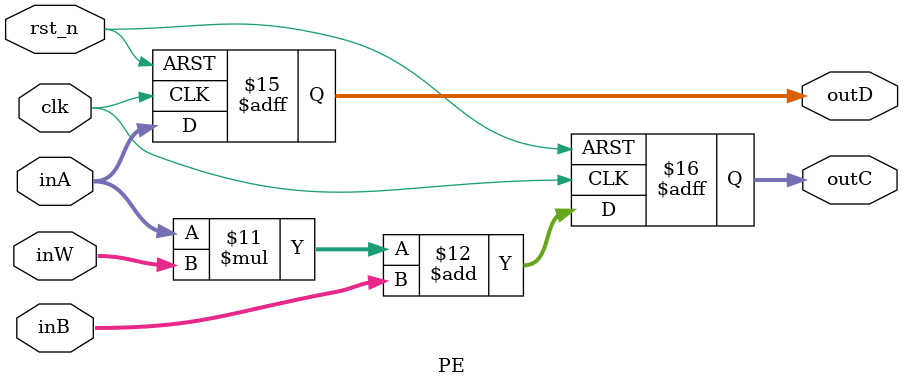
<source format=v>
module MMSA(
// input signals
    clk,
    rst_n,
    in_valid,
    in_valid2,
    matrix,
    matrix_size,
    i_mat_idx,
    w_mat_idx,
    
// output signals
    out_valid,
    out_value
);
//---------------------------------------------------------------------
//   INPUT AND OUTPUT DECLARATION
//---------------------------------------------------------------------
input        clk, rst_n, in_valid, in_valid2;
input [15:0] matrix;
input [1:0]  matrix_size;
input [3:0]  i_mat_idx, w_mat_idx;

output reg               out_valid;
output reg signed [39:0] out_value;
//---------------------------------------------------------------------
//   PARAMETER
//---------------------------------------------------------------------
parameter IDLE      =   3'd0;
parameter INPUT_0   =   3'd1;
parameter INPUT_1   =   3'd2;
parameter EMPTY     =   3'd6;
parameter INPUT_2   =   3'd3;
parameter CAL_IN    =   3'd4;
parameter CAL       =   3'd5;
//parameter OUTPUT    =   3'd6;


//---------------------------------------------------------------------
//   WIRE AND REG DECLARATION
//---------------------------------------------------------------------

reg [2:0] ns,cs;
reg [1:0] m_size;//4
reg [7:0] m_element; //256
reg [6:0] mem_num; //128
reg [5:0] calout_num; //64
reg [63:0] in_64;
reg [1:0] in_cnt_4;
reg [9:0] in_addr_cnt;
reg [4:0] in_matrix_cnt; //32
reg [7:0] in_cnt;
wire [63:0] mem_in_Q,mem_weight_Q;
wire [9:0] mem_in_A,mem_weight_A;

wire wen_in,wen_weight;
wire flag;
reg in_weight_flag;

wire [9:0] in_start_addr,weight_start_addr; //1024
reg [9:0] calin_addr,calweight_addr; //1024
reg [7:0] calin_cnt; //256
reg [7:0] cal_cnt;
reg [4:0] out_cycle,out_cnt; //32
reg [4:0] calout_cnt; //32

wire [3:0] x_addr,y_addr; //16

reg signed[15:0] x_matrix[0:15][0:15];
reg signed[15:0] w_matrix[0:15][0:15];

reg signed [15:0] inA11,inA21,inA31,inA41,inA51,inA61,inA71,inA81,inA91,inA10_1,inA11_1,inA12_1,inA13_1,inA14_1,inA15_1,inA16_1;

wire signed [39:0] outC11,outC21,outC31,outC41,outC51,outC61,outC71,outC81,outC91,outC10_1,outC11_1,outC12_1,outC13_1,outC14_1,outC15_1,outC16_1;
wire signed [39:0] outC12,outC22,outC32,outC42,outC52,outC62,outC72,outC82,outC92,outC10_2,outC11_2,outC12_2,outC13_2,outC14_2,outC15_2,outC16_2;
wire signed [39:0] outC13,outC23,outC33,outC43,outC53,outC63,outC73,outC83,outC93,outC10_3,outC11_3,outC12_3,outC13_3,outC14_3,outC15_3,outC16_3;
wire signed [39:0] outC14,outC24,outC34,outC44,outC54,outC64,outC74,outC84,outC94,outC10_4,outC11_4,outC12_4,outC13_4,outC14_4,outC15_4,outC16_4;
wire signed [39:0] outC15,outC25,outC35,outC45,outC55,outC65,outC75,outC85,outC95,outC10_5,outC11_5,outC12_5,outC13_5,outC14_5,outC15_5,outC16_5;
wire signed [39:0] outC16,outC26,outC36,outC46,outC56,outC66,outC76,outC86,outC96,outC10_6,outC11_6,outC12_6,outC13_6,outC14_6,outC15_6,outC16_6;
wire signed [39:0] outC17,outC27,outC37,outC47,outC57,outC67,outC77,outC87,outC97,outC10_7,outC11_7,outC12_7,outC13_7,outC14_7,outC15_7,outC16_7;
wire signed [39:0] outC18,outC28,outC38,outC48,outC58,outC68,outC78,outC88,outC98,outC10_8,outC11_8,outC12_8,outC13_8,outC14_8,outC15_8,outC16_8;
wire signed [39:0] outC19,outC29,outC39,outC49,outC59,outC69,outC79,outC89,outC99,outC10_9,outC11_9,outC12_9,outC13_9,outC14_9,outC15_9,outC16_9;
wire signed [39:0] outC1_10,outC2_10,outC3_10,outC4_10,outC5_10,outC6_10,outC7_10,outC8_10,outC9_10,outC10_10,outC11_10,outC12_10,outC13_10,outC14_10,outC15_10,outC16_10;
wire signed [39:0] outC1_11,outC2_11,outC3_11,outC4_11,outC5_11,outC6_11,outC7_11,outC8_11,outC9_11,outC10_11,outC11_11,outC12_11,outC13_11,outC14_11,outC15_11,outC16_11;
wire signed [39:0] outC1_12,outC2_12,outC3_12,outC4_12,outC5_12,outC6_12,outC7_12,outC8_12,outC9_12,outC10_12,outC11_12,outC12_12,outC13_12,outC14_12,outC15_12,outC16_12;
wire signed [39:0] outC1_13,outC2_13,outC3_13,outC4_13,outC5_13,outC6_13,outC7_13,outC8_13,outC9_13,outC10_13,outC11_13,outC12_13,outC13_13,outC14_13,outC15_13,outC16_13;
wire signed [39:0] outC1_14,outC2_14,outC3_14,outC4_14,outC5_14,outC6_14,outC7_14,outC8_14,outC9_14,outC10_14,outC11_14,outC12_14,outC13_14,outC14_14,outC15_14,outC16_14;
wire signed [39:0] outC1_15,outC2_15,outC3_15,outC4_15,outC5_15,outC6_15,outC7_15,outC8_15,outC9_15,outC10_15,outC11_15,outC12_15,outC13_15,outC14_15,outC15_15,outC16_15;
wire signed [39:0] outC1_16,outC2_16,outC3_16,outC4_16,outC5_16,outC6_16,outC7_16,outC8_16,outC9_16,outC10_16,outC11_16,outC12_16,outC13_16,outC14_16,outC15_16,outC16_16;

wire signed [15:0] outD11,outD21,outD31,outD41,outD51,outD61,outD71,outD81,outD91,outD10_1,outD11_1,outD12_1,outD13_1,outD14_1,outD15_1,outD16_1;
wire signed [15:0] outD12,outD22,outD32,outD42,outD52,outD62,outD72,outD82,outD92,outD10_2,outD11_2,outD12_2,outD13_2,outD14_2,outD15_2,outD16_2;
wire signed [15:0] outD13,outD23,outD33,outD43,outD53,outD63,outD73,outD83,outD93,outD10_3,outD11_3,outD12_3,outD13_3,outD14_3,outD15_3,outD16_3;
wire signed [15:0] outD14,outD24,outD34,outD44,outD54,outD64,outD74,outD84,outD94,outD10_4,outD11_4,outD12_4,outD13_4,outD14_4,outD15_4,outD16_4;
wire signed [15:0] outD15,outD25,outD35,outD45,outD55,outD65,outD75,outD85,outD95,outD10_5,outD11_5,outD12_5,outD13_5,outD14_5,outD15_5,outD16_5;
wire signed [15:0] outD16,outD26,outD36,outD46,outD56,outD66,outD76,outD86,outD96,outD10_6,outD11_6,outD12_6,outD13_6,outD14_6,outD15_6,outD16_6;
wire signed [15:0] outD17,outD27,outD37,outD47,outD57,outD67,outD77,outD87,outD97,outD10_7,outD11_7,outD12_7,outD13_7,outD14_7,outD15_7,outD16_7;
wire signed [15:0] outD18,outD28,outD38,outD48,outD58,outD68,outD78,outD88,outD98,outD10_8,outD11_8,outD12_8,outD13_8,outD14_8,outD15_8,outD16_8;
wire signed [15:0] outD19,outD29,outD39,outD49,outD59,outD69,outD79,outD89,outD99,outD10_9,outD11_9,outD12_9,outD13_9,outD14_9,outD15_9,outD16_9;
wire signed [15:0] outD1_10,outD2_10,outD3_10,outD4_10,outD5_10,outD6_10,outD7_10,outD8_10,outD9_10,outD10_10,outD11_10,outD12_10,outD13_10,outD14_10,outD15_10,outD16_10;
wire signed [15:0] outD1_11,outD2_11,outD3_11,outD4_11,outD5_11,outD6_11,outD7_11,outD8_11,outD9_11,outD10_11,outD11_11,outD12_11,outD13_11,outD14_11,outD15_11,outD16_11;
wire signed [15:0] outD1_12,outD2_12,outD3_12,outD4_12,outD5_12,outD6_12,outD7_12,outD8_12,outD9_12,outD10_12,outD11_12,outD12_12,outD13_12,outD14_12,outD15_12,outD16_12;
wire signed [15:0] outD1_13,outD2_13,outD3_13,outD4_13,outD5_13,outD6_13,outD7_13,outD8_13,outD9_13,outD10_13,outD11_13,outD12_13,outD13_13,outD14_13,outD15_13,outD16_13;
wire signed [15:0] outD1_14,outD2_14,outD3_14,outD4_14,outD5_14,outD6_14,outD7_14,outD8_14,outD9_14,outD10_14,outD11_14,outD12_14,outD13_14,outD14_14,outD15_14,outD16_14;
wire signed [15:0] outD1_15,outD2_15,outD3_15,outD4_15,outD5_15,outD6_15,outD7_15,outD8_15,outD9_15,outD10_15,outD11_15,outD12_15,outD13_15,outD14_15,outD15_15,outD16_15;
wire signed [15:0] outD1_16,outD2_16,outD3_16,outD4_16,outD5_16,outD6_16,outD7_16,outD8_16,outD9_16,outD10_16,outD11_16,outD12_16,outD13_16,outD14_16,outD15_16,outD16_16;

wire signed [39:0] c_plus;

//==============================================//
//             Current State Block              //
//==============================================//

always@(posedge clk or negedge rst_n) begin
    if(!rst_n)
        cs <= IDLE; 
    else 
        cs <= ns;
end

//==============================================//
//              Next State Block                //
//==============================================//

always@(*) begin
    case(cs)
    IDLE    : ns = (in_valid) ? INPUT_0 : (in_valid2) ? INPUT_2 : IDLE ;
    INPUT_0 : ns = INPUT_1;
    INPUT_1 : ns = (in_valid)? INPUT_1 : EMPTY;
    EMPTY   : ns = INPUT_2;
    INPUT_2 : ns = CAL_IN;
    CAL_IN  : ns = (calin_cnt==mem_num)? CAL : CAL_IN;
    CAL     : ns = (out_cnt<out_cycle) ? CAL : IDLE;
    //OUTPUT    : ns = IDLE;
    default : ns = IDLE;
    endcase
end

//---------------------------------------------------------------------
//   DESIGN
//---------------------------------------------------------------------

//==============================================//
//              INPUT_1 Block                   //
//==============================================//

always @(posedge clk or negedge rst_n) begin
    if (!rst_n) begin
        m_size <= 'd0;
    end
    else if(ns == INPUT_0)begin
        m_size <= matrix_size;
    end
end

always @(*) begin
    case(m_size)
        2'b00: m_element =  8'd3;
        2'b01: m_element =  8'd15;
        2'b10: m_element =  8'd63;
        2'b11: m_element =  8'd255;
        default: m_element =  8'd0;
    endcase
end

always @(*) begin
    case(m_size)
        2'b00: mem_num =  7'd1;
        2'b01: mem_num =  7'd4;
        2'b10: mem_num =  7'd16;
        2'b11: mem_num =  7'd64;
        default: mem_num =  7'd0;
    endcase
end

always @(*) begin
    case(m_size)
        2'b00: calout_num =  6'd1;
        2'b01: calout_num =  6'd1;
        2'b10: calout_num =  6'd7;
        2'b11: calout_num =  6'd47;
        default: calout_num =  6'd0;
    endcase
end

always @(*) begin
    case(m_size)
        2'b00: calout_cnt =  5'd3;
        2'b01: calout_cnt =  5'd5;
        2'b10: calout_cnt =  5'd9;
        2'b11: calout_cnt =  5'd17;
        default: calout_cnt =  5'd0;
    endcase
end

always @(*) begin
    case(m_size)
        2'b00: out_cycle =  5'd2;
        2'b01: out_cycle =  5'd6;
        2'b10: out_cycle =  5'd14;
        2'b11: out_cycle =  5'd30;
        default: out_cycle =  5'd0;
    endcase
end

always @(posedge clk or negedge rst_n) begin
    if (!rst_n) begin
        in_cnt_4 <= 2'd0;
    end
    else if(in_valid)begin
        in_cnt_4 <= in_cnt_4 + 2'd1 ;
    end
    else begin
        in_cnt_4 <= 2'd0;
    end
end

always @(posedge clk or negedge rst_n) begin
    if (!rst_n) begin
        in_cnt <= 8'd0;
    end
    else if(in_valid)begin
        if(in_cnt == m_element) in_cnt <= 8'd0;
        else    in_cnt <= in_cnt + 8'd1 ;
    end
    else begin
        in_cnt <= 8'd0;
    end
end

always @(posedge clk or negedge rst_n) begin
    if (!rst_n) begin
        in_matrix_cnt <= 5'd0;
    end
    else if(in_cnt == m_element)begin
        in_matrix_cnt <= in_matrix_cnt + 5'd1 ;
    end
    else if(ns == IDLE)begin
        in_matrix_cnt <= 5'd0;
    end
end

always @(posedge clk or negedge rst_n) begin
    if (!rst_n) begin
        in_64 <= 'd0;
    end
    else if(in_valid) begin
        if(in_cnt_4==2'd0)     in_64 <= matrix;
        else    in_64 <= {in_64[47:0],matrix};
    end
    else begin
        in_64 <= 'd0;
    end
end

assign flag = (in_addr_cnt==(mem_num<<4)-1) ? 1'b1 : 1'b0;

always @(posedge clk or negedge rst_n) begin
    if (!rst_n) begin
        in_addr_cnt <= -1;
    end
    else if(in_valid) begin
        if(in_cnt_4==0) begin
            if(flag)    in_addr_cnt <= 0;   
            else    in_addr_cnt <= in_addr_cnt + 1;
        end
    end
    else begin
        in_addr_cnt <= -1;
    end
end

always @(posedge clk or negedge rst_n) begin
    if (!rst_n) begin
        in_weight_flag <= 1'b0;
    end
    else if (in_matrix_cnt>15) begin
        in_weight_flag <= 1'b1;
    end
    else if(ns==IDLE)begin
        in_weight_flag <= 1'b0;
    end
end

assign wen_in = (cs==INPUT_1 && in_cnt_4==0 && ~in_weight_flag) ? 1'b0 : 1'b1 ;
assign wen_weight = (cs==INPUT_1 && in_cnt_4==0 && in_weight_flag) ? 1'b0 : 1'b1 ;

//assign mem_in_A = (cs==INPUT_1) ? in_addr_cnt : (ns==CAL_IN) ? calin_addr  : 0; //can't use ns(combination?)
//assign mem_weight_A = (cs==INPUT_1) ? in_addr_cnt : (ns==CAL_IN) ? calweight_addr : 0;
assign mem_in_A = (cs==INPUT_1) ? in_addr_cnt :  calin_addr ;
assign mem_weight_A = (cs==INPUT_1) ? in_addr_cnt : calweight_addr ;


// 1024 64 4 50
SRAM MEM_IN (.Q(mem_in_Q), .CLK(~clk), .CEN(1'b0), .WEN(wen_in), .A(mem_in_A), .D(in_64), .OEN(1'b0));
SRAM MEM_WEIGHT (.Q(mem_weight_Q), .CLK(~clk), .CEN(1'b0), .WEN(wen_weight), .A(mem_weight_A), .D(in_64), .OEN(1'b0));
//SRAM MEM_IN (.Q(mem_in_Q), .CLK(clk), .CEN(1'b0), .WEN(wen_in), .A(mem_in_A), .D(in_64), .OEN(1'b0));
//SRAM MEM_WEIGHT (.Q(mem_weight_Q), .CLK(clk), .CEN(1'b0), .WEN(wen_weight), .A(mem_weight_A), .D(in_64), .OEN(1'b0));

//==============================================//
//              INPUT_2 Block                   //
//==============================================//

assign in_start_addr = i_mat_idx*mem_num ;
assign weight_start_addr = w_mat_idx*mem_num ;

//==============================================//
//              CAL_IN Block                    //
//==============================================//

always @(posedge clk or negedge rst_n) begin
    if (!rst_n) begin
        calin_addr <= 'd0;
    end
    else if(ns == INPUT_2)begin
        calin_addr <= in_start_addr;
    end
    else if(ns == CAL_IN)begin
        calin_addr <= calin_addr + 1;
    end
    else begin
        calin_addr <= 'd0;
    end
end

always @(posedge clk or negedge rst_n) begin
    if (!rst_n) begin
        calweight_addr <= 'd0;
    end
    else if(ns == INPUT_2)begin
        calweight_addr <= weight_start_addr;
    end
    else if(ns == CAL_IN)begin
        calweight_addr <= calweight_addr + 1;
    end
    else begin
        calweight_addr <= 'd0;
    end
end

always @(posedge clk or negedge rst_n) begin
    if (!rst_n) begin
        calin_cnt <= 'd0;
    end
    else if(ns == CAL_IN)begin
        calin_cnt <= calin_cnt + 'd1;
    end
    else begin
        calin_cnt <= 'd0;
    end
end

assign x_addr = (m_size==2'b01) ? 0 :
                (m_size==2'b10) ? (calin_cnt<<2)%8 :
                (m_size==2'b11) ? (calin_cnt<<2)%16 : 0;
assign y_addr = (m_size==2'b01) ? calin_cnt   : 
                (m_size==2'b10) ? calin_cnt>>1 : 
                (m_size==2'b11) ? calin_cnt>>2 : 0;
integer i;
integer j;
always @(posedge clk or negedge rst_n) begin
    if (!rst_n) begin
        for(i=0;i<16;i=i+1)
            for(j=0;j<16;j=j+1)
                x_matrix[i][j] <= 'd0;
    end
    else if(ns == CAL_IN)begin
        if(m_size==2'b00) begin
            x_matrix[0][0] <= mem_in_Q[63:48];
            x_matrix[0][1] <= mem_in_Q[47:32];
            x_matrix[1][0] <= mem_in_Q[31:16];
            x_matrix[1][1] <= mem_in_Q[15:0];
        end
        else begin
            x_matrix[y_addr][x_addr] <= mem_in_Q[63:48];
            x_matrix[y_addr][x_addr+1] <= mem_in_Q[47:32];
            x_matrix[y_addr][x_addr+2] <= mem_in_Q[31:16];
            x_matrix[y_addr][x_addr+3] <= mem_in_Q[15:0];
        end
    end
    else if(ns==IDLE) begin
        for(i=0;i<16;i=i+1)
            for(j=0;j<16;j=j+1)
                x_matrix[i][j] <= 'd0;
    end
end


always @(posedge clk or negedge rst_n) begin
    if (!rst_n) begin
        for(i=0;i<16;i=i+1)
            for(j=0;j<16;j=j+1)
                w_matrix[i][j] <= 'd0;
    end
    else if(ns == CAL_IN)begin
        if(m_size==2'b00) begin
            w_matrix[0][0]  <= mem_weight_Q[63:48];
            w_matrix[0][1]  <= mem_weight_Q[47:32];
            w_matrix[1][0]  <= mem_weight_Q[31:16];
            w_matrix[1][1]  <= mem_weight_Q[15:0];
        end
        else begin
            w_matrix[y_addr][x_addr]  <= mem_weight_Q[63:48];
            w_matrix[y_addr][x_addr+1]  <= mem_weight_Q[47:32];
            w_matrix[y_addr][x_addr+2]  <= mem_weight_Q[31:16];
            w_matrix[y_addr][x_addr+3]  <= mem_weight_Q[15:0];
        end
    end
    else if(ns==IDLE) begin
        for(i=0;i<16;i=i+1)
            for(j=0;j<16;j=j+1)
                w_matrix[i][j] <= 'd0;
    end
end


//==============================================//
//              CAL Block                       //
//==============================================//

always @(posedge clk or negedge rst_n) begin
    if (!rst_n) begin
        cal_cnt <= 'd0;
    end
    else if(calin_cnt>calout_num ||ns == CAL)begin
        cal_cnt <= cal_cnt + 'd1;
    end
    else begin
        cal_cnt <= 'd0;
    end
end

always @(posedge clk or negedge rst_n) begin
    if (!rst_n) begin
        inA11 <= 'd0;
    end
    else if(calin_cnt>calout_num || ns == CAL)begin
        case(cal_cnt)
            6'd0:  inA11 <= x_matrix[0 ][0];
            6'd1:  inA11 <= x_matrix[1 ][0];
            6'd2:  inA11 <= x_matrix[2 ][0];
            6'd3:  inA11 <= x_matrix[3 ][0];
            6'd4:  inA11 <= x_matrix[4 ][0];
            6'd5:  inA11 <= x_matrix[5 ][0];
            6'd6:  inA11 <= x_matrix[6 ][0];
            6'd7:  inA11 <= x_matrix[7 ][0];
            6'd8 : inA11 <= x_matrix[8 ][0];
            6'd9 : inA11 <= x_matrix[9 ][0];
            6'd10: inA11 <= x_matrix[10][0];
            6'd11: inA11 <= x_matrix[11][0];
            6'd12: inA11 <= x_matrix[12][0];
            6'd13: inA11 <= x_matrix[13][0];
            6'd14: inA11 <= x_matrix[14][0];
            6'd15: inA11 <= x_matrix[15][0];
            default : inA11 <= 'd0;
        endcase
    end
    else begin
        inA11 <= 'd0;
    end
end

always @(posedge clk or negedge rst_n) begin
    if (!rst_n) begin
        inA21 <= 'd0;
    end
    else if(calin_cnt>calout_num ||ns == CAL)begin
        case(cal_cnt)
            6'd1:  inA21 <= x_matrix[0][1];
            6'd2:  inA21 <= x_matrix[1][1];
            6'd3:  inA21 <= x_matrix[2][1];
            6'd4:  inA21 <= x_matrix[3][1];
            6'd5:  inA21 <= x_matrix[4][1];
            6'd6:  inA21 <= x_matrix[5][1];
            6'd7:  inA21 <= x_matrix[6][1];
            6'd8 : inA21 <= x_matrix[7][1];
            6'd9 : inA21 <= x_matrix[8 ][1];
            6'd10: inA21 <= x_matrix[9 ][1];
            6'd11: inA21 <= x_matrix[10][1];
            6'd12: inA21 <= x_matrix[11][1];
            6'd13: inA21 <= x_matrix[12][1];
            6'd14: inA21 <= x_matrix[13][1];
            6'd15: inA21 <= x_matrix[14][1];
            6'd16: inA21 <= x_matrix[15][1];
            default : inA21 <= 'd0;
        endcase
    end
    else begin
        inA21 <= 'd0;
    end
end

always @(posedge clk or negedge rst_n) begin
    if (!rst_n) begin
        inA31 <= 'd0;
    end
    else if(calin_cnt>calout_num ||ns == CAL)begin
        case(cal_cnt)
            6'd2:  inA31 <= x_matrix[0][2];
            6'd3:  inA31 <= x_matrix[1][2];
            6'd4:  inA31 <= x_matrix[2][2];
            6'd5:  inA31 <= x_matrix[3][2];
            6'd6:  inA31 <= x_matrix[4][2];
            6'd7:  inA31 <= x_matrix[5][2];
            6'd8:  inA31 <= x_matrix[6][2];
            6'd9:  inA31 <= x_matrix[7][2];
            6'd10: inA31 <= x_matrix[8 ][2];
            6'd11: inA31 <= x_matrix[9 ][2];
            6'd12: inA31 <= x_matrix[10][2];
            6'd13: inA31 <= x_matrix[11][2];
            6'd14: inA31 <= x_matrix[12][2];
            6'd15: inA31 <= x_matrix[13][2];
            6'd16: inA31 <= x_matrix[14][2];
            6'd17: inA31 <= x_matrix[15][2];
            default : inA31 <= 'd0;
        endcase
    end
    else begin
        inA31 <= 'd0;
    end
end

always @(posedge clk or negedge rst_n) begin
    if (!rst_n) begin
        inA41 <= 'd0;
    end
    else if(calin_cnt>calout_num ||ns == CAL)begin
        case(cal_cnt)
            6'd3 :  inA41 <= x_matrix[0][3];
            6'd4 :  inA41 <= x_matrix[1][3];
            6'd5 :  inA41 <= x_matrix[2][3];
            6'd6 :  inA41 <= x_matrix[3][3];
            6'd7 :  inA41 <= x_matrix[4][3];
            6'd8 :  inA41 <= x_matrix[5][3];
            6'd9 :  inA41 <= x_matrix[6][3];
            6'd10:  inA41 <= x_matrix[7][3];
            6'd11: inA41 <= x_matrix[8 ][3];
            6'd12: inA41 <= x_matrix[9 ][3];
            6'd13: inA41 <= x_matrix[10][3];
            6'd14: inA41 <= x_matrix[11][3];
            6'd15: inA41 <= x_matrix[12][3];
            6'd16: inA41 <= x_matrix[13][3];
            6'd17: inA41 <= x_matrix[14][3];
            6'd18: inA41 <= x_matrix[15][3];
            default : inA41 <= 'd0;
        endcase
    end
    else begin
        inA41 <= 'd0;
    end
end

always @(posedge clk or negedge rst_n) begin
    if (!rst_n) begin
        inA51 <= 'd0;
    end
    else if(calin_cnt>calout_num ||ns == CAL)begin
        case(cal_cnt)
            6'd4 :  inA51 <= x_matrix[0][4];
            6'd5 :  inA51 <= x_matrix[1][4];
            6'd6 :  inA51 <= x_matrix[2][4];
            6'd7 :  inA51 <= x_matrix[3][4];
            6'd8 :  inA51 <= x_matrix[4][4];
            6'd9 :  inA51 <= x_matrix[5][4];
            6'd10:  inA51 <= x_matrix[6][4];
            6'd11:  inA51 <= x_matrix[7][4];
            6'd12: inA51 <= x_matrix[8 ][4];
            6'd13: inA51 <= x_matrix[9 ][4];
            6'd14: inA51 <= x_matrix[10][4];
            6'd15: inA51 <= x_matrix[11][4];
            6'd16: inA51 <= x_matrix[12][4];
            6'd17: inA51 <= x_matrix[13][4];
            6'd18: inA51 <= x_matrix[14][4];
            6'd19: inA51 <= x_matrix[15][4];
            default : inA51 <= 'd0;
        endcase
    end
    else begin
        inA51 <= 'd0;
    end
end

always @(posedge clk or negedge rst_n) begin
    if (!rst_n) begin
        inA61 <= 'd0;
    end
    else if(calin_cnt>calout_num ||ns == CAL)begin
        case(cal_cnt)
            6'd5 :  inA61 <= x_matrix[0][5];
            6'd6 :  inA61 <= x_matrix[1][5];
            6'd7 :  inA61 <= x_matrix[2][5];
            6'd8 :  inA61 <= x_matrix[3][5];
            6'd9 :  inA61 <= x_matrix[4][5];
            6'd10:  inA61 <= x_matrix[5][5];
            6'd11:  inA61 <= x_matrix[6][5];
            6'd12:  inA61 <= x_matrix[7][5];
            6'd13: inA61 <= x_matrix[8 ][5];
            6'd14: inA61 <= x_matrix[9 ][5];
            6'd15: inA61 <= x_matrix[10][5];
            6'd16: inA61 <= x_matrix[11][5];
            6'd17: inA61 <= x_matrix[12][5];
            6'd18: inA61 <= x_matrix[13][5];
            6'd19: inA61 <= x_matrix[14][5];
            6'd20: inA61 <= x_matrix[15][5];
            default : inA61 <= 'd0;
        endcase
    end
    else begin
        inA61 <= 'd0;
    end
end

always @(posedge clk or negedge rst_n) begin
    if (!rst_n) begin
        inA71 <= 'd0;
    end
    else if(calin_cnt>calout_num ||ns == CAL)begin
        case(cal_cnt)
            6'd6 :  inA71 <= x_matrix[0][6];
            6'd7 :  inA71 <= x_matrix[1][6];
            6'd8 :  inA71 <= x_matrix[2][6];
            6'd9 :  inA71 <= x_matrix[3][6];
            6'd10:  inA71 <= x_matrix[4][6];
            6'd11:  inA71 <= x_matrix[5][6];
            6'd12:  inA71 <= x_matrix[6][6];
            6'd13:  inA71 <= x_matrix[7][6];
            6'd14: inA71 <= x_matrix[8 ][6];
            6'd15: inA71 <= x_matrix[9 ][6];
            6'd16: inA71 <= x_matrix[10][6];
            6'd17: inA71 <= x_matrix[11][6];
            6'd18: inA71 <= x_matrix[12][6];
            6'd19: inA71 <= x_matrix[13][6];
            6'd20: inA71 <= x_matrix[14][6];
            6'd21: inA71 <= x_matrix[15][6];
            default : inA71 <= 'd0;
        endcase
    end
    else begin
        inA71 <= 'd0;
    end
end

always @(posedge clk or negedge rst_n) begin
    if (!rst_n) begin
        inA81 <= 'd0;
    end
    else if(calin_cnt>calout_num ||ns == CAL)begin
        case(cal_cnt)
            6'd7 :  inA81 <= x_matrix[0 ][7];
            6'd8 :  inA81 <= x_matrix[1 ][7];
            6'd9 :  inA81 <= x_matrix[2 ][7];
            6'd10:  inA81 <= x_matrix[3 ][7];
            6'd11:  inA81 <= x_matrix[4 ][7];
            6'd12:  inA81 <= x_matrix[5 ][7];
            6'd13:  inA81 <= x_matrix[6 ][7];
            6'd14:  inA81 <= x_matrix[7 ][7];
            6'd15:  inA81 <= x_matrix[8 ][7];
            6'd16:  inA81 <= x_matrix[9 ][7];
            6'd17:  inA81 <= x_matrix[10][7];
            6'd18:  inA81 <= x_matrix[11][7];
            6'd19:  inA81 <= x_matrix[12][7];
            6'd20:  inA81 <= x_matrix[13][7];
            6'd21:  inA81 <= x_matrix[14][7];
            6'd22:  inA81 <= x_matrix[15][7];
            default:inA81 <= 'd0;
        endcase
    end
    else begin
        inA81 <= 'd0;
    end
end

always @(posedge clk or negedge rst_n) begin
    if (!rst_n) begin
        inA91 <= 'd0;
    end
    else if(calin_cnt>calout_num ||ns == CAL)begin
        case(cal_cnt)
            6'd8 :  inA91 <= x_matrix[0 ][8];
            6'd9 :  inA91 <= x_matrix[1 ][8];
            6'd10:  inA91 <= x_matrix[2 ][8];
            6'd11:  inA91 <= x_matrix[3 ][8];
            6'd12:  inA91 <= x_matrix[4 ][8];
            6'd13:  inA91 <= x_matrix[5 ][8];
            6'd14:  inA91 <= x_matrix[6 ][8];
            6'd15:  inA91 <= x_matrix[7 ][8];
            6'd16:  inA91 <= x_matrix[8 ][8];
            6'd17:  inA91 <= x_matrix[9 ][8];
            6'd18:  inA91 <= x_matrix[10][8];
            6'd19:  inA91 <= x_matrix[11][8];
            6'd20:  inA91 <= x_matrix[12][8];
            6'd21:  inA91 <= x_matrix[13][8];
            6'd22:  inA91 <= x_matrix[14][8];
            6'd23:  inA91 <= x_matrix[15][8];
            default:inA91 <= 'd0;
        endcase
    end
    else begin
        inA91 <= 'd0;
    end
end

always @(posedge clk or negedge rst_n) begin
    if (!rst_n) begin
        inA10_1 <= 'd0;
    end
    else if(calin_cnt>calout_num ||ns == CAL)begin
        case(cal_cnt)
            6'd9 :  inA10_1 <= x_matrix[0 ][9];
            6'd10:  inA10_1 <= x_matrix[1 ][9];
            6'd11:  inA10_1 <= x_matrix[2 ][9];
            6'd12:  inA10_1 <= x_matrix[3 ][9];
            6'd13:  inA10_1 <= x_matrix[4 ][9];
            6'd14:  inA10_1 <= x_matrix[5 ][9];
            6'd15:  inA10_1 <= x_matrix[6 ][9];
            6'd16:  inA10_1 <= x_matrix[7 ][9];
            6'd17:  inA10_1 <= x_matrix[8 ][9];
            6'd18:  inA10_1 <= x_matrix[9 ][9];
            6'd19:  inA10_1 <= x_matrix[10][9];
            6'd20:  inA10_1 <= x_matrix[11][9];
            6'd21:  inA10_1 <= x_matrix[12][9];
            6'd22:  inA10_1 <= x_matrix[13][9];
            6'd23:  inA10_1 <= x_matrix[14][9];
            6'd24:  inA10_1 <= x_matrix[15][9];
            default:inA10_1 <= 'd0;
        endcase
    end
    else begin
        inA10_1 <= 'd0;
    end
end

always @(posedge clk or negedge rst_n) begin
    if (!rst_n) begin
        inA11_1 <= 'd0;
    end
    else if(calin_cnt>calout_num ||ns == CAL)begin
        case(cal_cnt)
            6'd10:  inA11_1 <= x_matrix[0 ][10];
            6'd11:  inA11_1 <= x_matrix[1 ][10];
            6'd12:  inA11_1 <= x_matrix[2 ][10];
            6'd13:  inA11_1 <= x_matrix[3 ][10];
            6'd14:  inA11_1 <= x_matrix[4 ][10];
            6'd15:  inA11_1 <= x_matrix[5 ][10];
            6'd16:  inA11_1 <= x_matrix[6 ][10];
            6'd17:  inA11_1 <= x_matrix[7 ][10];
            6'd18:  inA11_1 <= x_matrix[8 ][10];
            6'd19:  inA11_1 <= x_matrix[9 ][10];
            6'd20:  inA11_1 <= x_matrix[10][10];
            6'd21:  inA11_1 <= x_matrix[11][10];
            6'd22:  inA11_1 <= x_matrix[12][10];
            6'd23:  inA11_1 <= x_matrix[13][10];
            6'd24:  inA11_1 <= x_matrix[14][10];
            6'd25:  inA11_1 <= x_matrix[15][10];
            default:inA11_1 <= 'd0;
        endcase
    end
    else begin
        inA11_1 <= 'd0;
    end
end

always @(posedge clk or negedge rst_n) begin
    if (!rst_n) begin
        inA12_1 <= 'd0;
    end
    else if(calin_cnt>calout_num ||ns == CAL)begin
        case(cal_cnt)
            6'd11:  inA12_1 <= x_matrix[0 ][11];
            6'd12:  inA12_1 <= x_matrix[1 ][11];
            6'd13:  inA12_1 <= x_matrix[2 ][11];
            6'd14:  inA12_1 <= x_matrix[3 ][11];
            6'd15:  inA12_1 <= x_matrix[4 ][11];
            6'd16:  inA12_1 <= x_matrix[5 ][11];
            6'd17:  inA12_1 <= x_matrix[6 ][11];
            6'd18:  inA12_1 <= x_matrix[7 ][11];
            6'd19:  inA12_1 <= x_matrix[8 ][11];
            6'd20:  inA12_1 <= x_matrix[9 ][11];
            6'd21:  inA12_1 <= x_matrix[10][11];
            6'd22:  inA12_1 <= x_matrix[11][11];
            6'd23:  inA12_1 <= x_matrix[12][11];
            6'd24:  inA12_1 <= x_matrix[13][11];
            6'd25:  inA12_1 <= x_matrix[14][11];
            6'd26:  inA12_1 <= x_matrix[15][11];
            default:inA12_1 <= 'd0;
        endcase
    end
    else begin
        inA12_1 <= 'd0;
    end
end

always @(posedge clk or negedge rst_n) begin
    if (!rst_n) begin
        inA13_1 <= 'd0;
    end
    else if(calin_cnt>calout_num ||ns == CAL)begin
        case(cal_cnt)
            6'd12:  inA13_1 <= x_matrix[0 ][12];
            6'd13:  inA13_1 <= x_matrix[1 ][12];
            6'd14:  inA13_1 <= x_matrix[2 ][12];
            6'd15:  inA13_1 <= x_matrix[3 ][12];
            6'd16:  inA13_1 <= x_matrix[4 ][12];
            6'd17:  inA13_1 <= x_matrix[5 ][12];
            6'd18:  inA13_1 <= x_matrix[6 ][12];
            6'd19:  inA13_1 <= x_matrix[7 ][12];
            6'd20:  inA13_1 <= x_matrix[8 ][12];
            6'd21:  inA13_1 <= x_matrix[9 ][12];
            6'd22:  inA13_1 <= x_matrix[10][12];
            6'd23:  inA13_1 <= x_matrix[11][12];
            6'd24:  inA13_1 <= x_matrix[12][12];
            6'd25:  inA13_1 <= x_matrix[13][12];
            6'd26:  inA13_1 <= x_matrix[14][12];
            6'd27:  inA13_1 <= x_matrix[15][12];
            default:inA13_1 <= 'd0;
        endcase
    end
    else begin
        inA13_1 <= 'd0;
    end
end

always @(posedge clk or negedge rst_n) begin
    if (!rst_n) begin
        inA14_1 <= 'd0;
    end
    else if(calin_cnt>calout_num ||ns == CAL)begin
        case(cal_cnt)
            6'd13:  inA14_1 <= x_matrix[0 ][13];
            6'd14:  inA14_1 <= x_matrix[1 ][13];
            6'd15:  inA14_1 <= x_matrix[2 ][13];
            6'd16:  inA14_1 <= x_matrix[3 ][13];
            6'd17:  inA14_1 <= x_matrix[4 ][13];
            6'd18:  inA14_1 <= x_matrix[5 ][13];
            6'd19:  inA14_1 <= x_matrix[6 ][13];
            6'd20:  inA14_1 <= x_matrix[7 ][13];
            6'd21:  inA14_1 <= x_matrix[8 ][13];
            6'd22:  inA14_1 <= x_matrix[9 ][13];
            6'd23:  inA14_1 <= x_matrix[10][13];
            6'd24:  inA14_1 <= x_matrix[11][13];
            6'd25:  inA14_1 <= x_matrix[12][13];
            6'd26:  inA14_1 <= x_matrix[13][13];
            6'd27:  inA14_1 <= x_matrix[14][13];
            6'd28:  inA14_1 <= x_matrix[15][13];
            default:inA14_1 <= 'd0;
        endcase
    end
    else begin
        inA14_1 <= 'd0;
    end
end

always @(posedge clk or negedge rst_n) begin
    if (!rst_n) begin
        inA15_1 <= 'd0;
    end
    else if(calin_cnt>calout_num ||ns == CAL)begin
        case(cal_cnt)
            6'd14:  inA15_1 <= x_matrix[0 ][14];
            6'd15:  inA15_1 <= x_matrix[1 ][14];
            6'd16:  inA15_1 <= x_matrix[2 ][14];
            6'd17:  inA15_1 <= x_matrix[3 ][14];
            6'd18:  inA15_1 <= x_matrix[4 ][14];
            6'd19:  inA15_1 <= x_matrix[5 ][14];
            6'd20:  inA15_1 <= x_matrix[6 ][14];
            6'd21:  inA15_1 <= x_matrix[7 ][14];
            6'd22:  inA15_1 <= x_matrix[8 ][14];
            6'd23:  inA15_1 <= x_matrix[9 ][14];
            6'd24:  inA15_1 <= x_matrix[10][14];
            6'd25:  inA15_1 <= x_matrix[11][14];
            6'd26:  inA15_1 <= x_matrix[12][14];
            6'd27:  inA15_1 <= x_matrix[13][14];
            6'd28:  inA15_1 <= x_matrix[14][14];
            6'd29:  inA15_1 <= x_matrix[15][14];
            default:inA15_1 <= 'd0;
        endcase
    end
    else begin
        inA15_1 <= 'd0;
    end
end

always @(posedge clk or negedge rst_n) begin
    if (!rst_n) begin
        inA16_1 <= 'd0;
    end
    else if(calin_cnt>calout_num ||ns == CAL)begin
        case(cal_cnt)
            6'd15:  inA16_1 <= x_matrix[0 ][15];
            6'd16:  inA16_1 <= x_matrix[1 ][15];
            6'd17:  inA16_1 <= x_matrix[2 ][15];
            6'd18:  inA16_1 <= x_matrix[3 ][15];
            6'd19:  inA16_1 <= x_matrix[4 ][15];
            6'd20:  inA16_1 <= x_matrix[5 ][15];
            6'd21:  inA16_1 <= x_matrix[6 ][15];
            6'd22:  inA16_1 <= x_matrix[7 ][15];
            6'd23:  inA16_1 <= x_matrix[8 ][15];
            6'd24:  inA16_1 <= x_matrix[9 ][15];
            6'd25:  inA16_1 <= x_matrix[10][15];
            6'd26:  inA16_1 <= x_matrix[11][15];
            6'd27:  inA16_1 <= x_matrix[12][15];
            6'd28:  inA16_1 <= x_matrix[13][15];
            6'd29:  inA16_1 <= x_matrix[14][15];
            6'd30:  inA16_1 <= x_matrix[15][15];
            default:inA16_1 <= 'd0;
        endcase
    end
    else begin
        inA16_1 <= 'd0;
    end
end

//PE PE1(.clk(clk),.rst_n(rst_n),.inA(),.inB(),.inW(),.outC(),.outD());

PE PE1_1 (.clk(clk),.rst_n(rst_n),.inA( inA11),.inB('d0),.inW(w_matrix[0][0]),.outC(outC11),.outD(outD11));
PE PE1_2 (.clk(clk),.rst_n(rst_n),.inA(outD11),.inB('d0),.inW(w_matrix[0][1]),.outC(outC12),.outD(outD12));
PE PE1_3 (.clk(clk),.rst_n(rst_n),.inA(outD12),.inB('d0),.inW(w_matrix[0][2]),.outC(outC13),.outD(outD13));
PE PE1_4 (.clk(clk),.rst_n(rst_n),.inA(outD13),.inB('d0),.inW(w_matrix[0][3]),.outC(outC14),.outD(outD14));
PE PE1_5 (.clk(clk),.rst_n(rst_n),.inA(outD14),.inB('d0),.inW(w_matrix[0][4]),.outC(outC15),.outD(outD15));
PE PE1_6 (.clk(clk),.rst_n(rst_n),.inA(outD15),.inB('d0),.inW(w_matrix[0][5]),.outC(outC16),.outD(outD16));
PE PE1_7 (.clk(clk),.rst_n(rst_n),.inA(outD16),.inB('d0),.inW(w_matrix  [0][6]),.outC(outC17),.outD(outD17));
PE PE1_8 (.clk(clk),.rst_n(rst_n),.inA(outD17),.inB('d0),.inW(  w_matrix[0][7]),.outC(outC18),.outD(outD18));
PE PE1_9 (.clk(clk),.rst_n(rst_n),.inA(outD18),.inB('d0),.inW(  w_matrix[0][8]),.outC(  outC19 ),.outD( outD19 ));
PE PE1_10(.clk(clk),.rst_n(rst_n),.inA(outD19),.inB('d0),.inW(  w_matrix[0][9]),.outC( outC1_10),.outD(outD1_10));
PE PE1_11(.clk(clk),.rst_n(rst_n),.inA(outD1_10),.inB('d0),.inW(w_matrix[0][10]),.outC(outC1_11),.outD(outD1_11));
PE PE1_12(.clk(clk),.rst_n(rst_n),.inA(outD1_11),.inB('d0),.inW(w_matrix[0][11]),.outC(outC1_12),.outD(outD1_12));
PE PE1_13(.clk(clk),.rst_n(rst_n),.inA(outD1_12),.inB('d0),.inW(w_matrix[0][12]),.outC(outC1_13),.outD(outD1_13));
PE PE1_14(.clk(clk),.rst_n(rst_n),.inA(outD1_13),.inB('d0),.inW(w_matrix[0][13]),.outC(outC1_14),.outD(outD1_14));
PE PE1_15(.clk(clk),.rst_n(rst_n),.inA(outD1_14),.inB('d0),.inW(w_matrix[0][14]),.outC(outC1_15),.outD(outD1_15));
PE PE1_16(.clk(clk),.rst_n(rst_n),.inA(outD1_15),.inB('d0),.inW(w_matrix[0][15]),.outC(outC1_16),.outD(outD1_16));
                                                                            

PE PE2_1 (.clk(clk),.rst_n(rst_n),.inA( inA21),.inB(outC11),.inW(w_matrix[1][0]),.outC(outC21),.outD(outD21));
PE PE2_2 (.clk(clk),.rst_n(rst_n),.inA(outD21),.inB(outC12),.inW(w_matrix[1][1]),.outC(outC22),.outD(outD22));
PE PE2_3 (.clk(clk),.rst_n(rst_n),.inA(outD22),.inB(outC13),.inW(w_matrix[1][2]),.outC(outC23),.outD(outD23));
PE PE2_4 (.clk(clk),.rst_n(rst_n),.inA(outD23),.inB(outC14),.inW(w_matrix[1][3]),.outC(outC24),.outD(outD24));
PE PE2_5 (.clk(clk),.rst_n(rst_n),.inA(outD24),.inB(outC15),.inW(w_matrix[1][4]),.outC(outC25),.outD(outD25));
PE PE2_6 (.clk(clk),.rst_n(rst_n),.inA(outD25),.inB(outC16),.inW(w_matrix[1][5]),.outC(outC26),.outD(outD26));
PE PE2_7 (.clk(clk),.rst_n(rst_n),.inA(outD26),.inB(outC17),.inW(w_matrix[1][6]),.outC(outC27),.outD(outD27));
PE PE2_8 (.clk(clk),.rst_n(rst_n),.inA(outD27),.inB(outC18),.inW(w_matrix[1][7]),.outC(outC28),.outD(outD28));
PE PE2_9 (.clk(clk),.rst_n(rst_n),.inA(outD28),.inB(outC19),.inW(  w_matrix[1][8]),.outC(  outC29 ),.outD(  outD29 ));
PE PE2_10(.clk(clk),.rst_n(rst_n),.inA(outD29),.inB(outC1_10),.inW(  w_matrix[1][9]),.outC( outC2_10),.outD(outD2_10));
PE PE2_11(.clk(clk),.rst_n(rst_n),.inA(outD2_10),.inB(outC1_11),.inW(w_matrix[1][10]),.outC(outC2_11),.outD(outD2_11));
PE PE2_12(.clk(clk),.rst_n(rst_n),.inA(outD2_11),.inB(outC1_12),.inW(w_matrix[1][11]),.outC(outC2_12),.outD(outD2_12));
PE PE2_13(.clk(clk),.rst_n(rst_n),.inA(outD2_12),.inB(outC1_13),.inW(w_matrix[1][12]),.outC(outC2_13),.outD(outD2_13));
PE PE2_14(.clk(clk),.rst_n(rst_n),.inA(outD2_13),.inB(outC1_14),.inW(w_matrix[1][13]),.outC(outC2_14),.outD(outD2_14));
PE PE2_15(.clk(clk),.rst_n(rst_n),.inA(outD2_14),.inB(outC1_15),.inW(w_matrix[1][14]),.outC(outC2_15),.outD(outD2_15));
PE PE2_16(.clk(clk),.rst_n(rst_n),.inA(outD2_15),.inB(outC1_16),.inW(w_matrix[1][15]),.outC(outC2_16),.outD(outD2_16));

PE PE3_1(.clk(clk),.rst_n(rst_n),.inA(inA31),.inB(outC21),.inW(w_matrix[2][0]),.outC(outC31),.outD(outD31));
PE PE3_2(.clk(clk),.rst_n(rst_n),.inA(outD31),.inB(outC22),.inW(w_matrix[2][1]),.outC(outC32),.outD(outD32));
PE PE3_3(.clk(clk),.rst_n(rst_n),.inA(outD32),.inB(outC23),.inW(w_matrix[2][2]),.outC(outC33),.outD(outD33));
PE PE3_4(.clk(clk),.rst_n(rst_n),.inA(outD33),.inB(outC24),.inW(w_matrix[2][3]),.outC(outC34),.outD(outD34));
PE PE3_5(.clk(clk),.rst_n(rst_n),.inA(outD34),.inB(outC25),.inW(w_matrix[2][4]),.outC(outC35),.outD(outD35));
PE PE3_6(.clk(clk),.rst_n(rst_n),.inA(outD35),.inB(outC26),.inW(w_matrix[2][5]),.outC(outC36),.outD(outD36));
PE PE3_7(.clk(clk),.rst_n(rst_n),.inA(outD36),.inB(outC27),.inW(w_matrix[2][6]),.outC(outC37),.outD(outD37));
PE PE3_8(.clk(clk),.rst_n(rst_n),.inA(outD37),.inB(outC28),.inW(w_matrix[2][7]),.outC(outC38),.outD(outD38));
PE PE3_9 (.clk(clk),.rst_n(rst_n),.inA(outD38),.inB(  outC29),.inW(  w_matrix[2][8]),.outC( outC39 ),.outD( outD39 ));
PE PE3_10(.clk(clk),.rst_n(rst_n),.inA(outD39),.inB(  outC2_10),.inW(w_matrix[2][9]),.outC( outC3_10),.outD(outD3_10));
PE PE3_11(.clk(clk),.rst_n(rst_n),.inA(outD3_10),.inB(outC2_11),.inW(w_matrix[2][10]),.outC(outC3_11),.outD(outD3_11));
PE PE3_12(.clk(clk),.rst_n(rst_n),.inA(outD3_11),.inB(outC2_12),.inW(w_matrix[2][11]),.outC(outC3_12),.outD(outD3_12));
PE PE3_13(.clk(clk),.rst_n(rst_n),.inA(outD3_12),.inB(outC2_13),.inW(w_matrix[2][12]),.outC(outC3_13),.outD(outD3_13));
PE PE3_14(.clk(clk),.rst_n(rst_n),.inA(outD3_13),.inB(outC2_14),.inW(w_matrix[2][13]),.outC(outC3_14),.outD(outD3_14));
PE PE3_15(.clk(clk),.rst_n(rst_n),.inA(outD3_14),.inB(outC2_15),.inW(w_matrix[2][14]),.outC(outC3_15),.outD(outD3_15));
PE PE3_16(.clk(clk),.rst_n(rst_n),.inA(outD3_15),.inB(outC2_16),.inW(w_matrix[2][15]),.outC(outC3_16),.outD(outD3_16));

PE PE4_1(.clk(clk),.rst_n(rst_n),.inA(inA41),.inB(outC31),.inW(w_matrix[3][0]),.outC(outC41),.outD(outD41));
PE PE4_2(.clk(clk),.rst_n(rst_n),.inA(outD41),.inB(outC32),.inW(w_matrix[3][1]),.outC(outC42),.outD(outD42));
PE PE4_3(.clk(clk),.rst_n(rst_n),.inA(outD42),.inB(outC33),.inW(w_matrix[3][2]),.outC(outC43),.outD(outD43));
PE PE4_4(.clk(clk),.rst_n(rst_n),.inA(outD43),.inB(outC34),.inW(w_matrix[3][3]),.outC(outC44),.outD(outD44));
PE PE4_5(.clk(clk),.rst_n(rst_n),.inA(outD44),.inB(outC35),.inW(w_matrix[3][4]),.outC(outC45),.outD(outD45));
PE PE4_6(.clk(clk),.rst_n(rst_n),.inA(outD45),.inB(outC36),.inW(w_matrix[3][5]),.outC(outC46),.outD(outD46));
PE PE4_7(.clk(clk),.rst_n(rst_n),.inA(outD46),.inB(outC37),.inW(w_matrix[3][6]),.outC(outC47),.outD(outD47));
PE PE4_8(.clk(clk),.rst_n(rst_n),.inA(outD47),.inB(outC38),.inW(w_matrix[3][7]),.outC(outC48),.outD(outD48));
PE PE4_9 (.clk(clk),.rst_n(rst_n),.inA(outD48),.inB(  outC39),.inW(  w_matrix[3][8]),.outC( outC49 ),.outD( outD49 ));
PE PE4_10(.clk(clk),.rst_n(rst_n),.inA(outD49),.inB(  outC3_10),.inW(w_matrix[3][9]),.outC( outC4_10),.outD(outD4_10));
PE PE4_11(.clk(clk),.rst_n(rst_n),.inA(outD4_10),.inB(outC3_11),.inW(w_matrix[3][10]),.outC(outC4_11),.outD(outD4_11));
PE PE4_12(.clk(clk),.rst_n(rst_n),.inA(outD4_11),.inB(outC3_12),.inW(w_matrix[3][11]),.outC(outC4_12),.outD(outD4_12));
PE PE4_13(.clk(clk),.rst_n(rst_n),.inA(outD4_12),.inB(outC3_13),.inW(w_matrix[3][12]),.outC(outC4_13),.outD(outD4_13));
PE PE4_14(.clk(clk),.rst_n(rst_n),.inA(outD4_13),.inB(outC3_14),.inW(w_matrix[3][13]),.outC(outC4_14),.outD(outD4_14));
PE PE4_15(.clk(clk),.rst_n(rst_n),.inA(outD4_14),.inB(outC3_15),.inW(w_matrix[3][14]),.outC(outC4_15),.outD(outD4_15));
PE PE4_16(.clk(clk),.rst_n(rst_n),.inA(outD4_15),.inB(outC3_16),.inW(w_matrix[3][15]),.outC(outC4_16),.outD(outD4_16));


PE PE5_1(.clk(clk),.rst_n(rst_n),.inA (inA51),.inB(outC41),.inW(w_matrix[4][0]),.outC(outC51),.outD(outD51));
PE PE5_2(.clk(clk),.rst_n(rst_n),.inA(outD51),.inB(outC42),.inW(w_matrix[4][1]),.outC(outC52),.outD(outD52));
PE PE5_3(.clk(clk),.rst_n(rst_n),.inA(outD52),.inB(outC43),.inW(w_matrix[4][2]),.outC(outC53),.outD(outD53));
PE PE5_4(.clk(clk),.rst_n(rst_n),.inA(outD53),.inB(outC44),.inW(w_matrix[4][3]),.outC(outC54),.outD(outD54));
PE PE5_5(.clk(clk),.rst_n(rst_n),.inA(outD54),.inB(outC45),.inW(w_matrix[4][4]),.outC(outC55),.outD(outD55));
PE PE5_6(.clk(clk),.rst_n(rst_n),.inA(outD55),.inB(outC46),.inW(w_matrix[4][5]),.outC(outC56),.outD(outD56));
PE PE5_7(.clk(clk),.rst_n(rst_n),.inA(outD56),.inB(outC47),.inW(w_matrix[4][6]),.outC(outC57),.outD(outD57));
PE PE5_8(.clk(clk),.rst_n(rst_n),.inA(outD57),.inB(outC48),.inW(w_matrix[4][7]),.outC(outC58),.outD(outD58));
PE PE5_9 (.clk(clk),.rst_n(rst_n),.inA(outD58),.inB(  outC49),.inW(  w_matrix[4][8]),.outC( outC59 ),.outD( outD59 ));
PE PE5_10(.clk(clk),.rst_n(rst_n),.inA(outD59),.inB(  outC4_10),.inW(w_matrix[4][9]),.outC( outC5_10),.outD(outD5_10));
PE PE5_11(.clk(clk),.rst_n(rst_n),.inA(outD5_10),.inB(outC4_11),.inW(w_matrix[4][10]),.outC(outC5_11),.outD(outD5_11));
PE PE5_12(.clk(clk),.rst_n(rst_n),.inA(outD5_11),.inB(outC4_12),.inW(w_matrix[4][11]),.outC(outC5_12),.outD(outD5_12));
PE PE5_13(.clk(clk),.rst_n(rst_n),.inA(outD5_12),.inB(outC4_13),.inW(w_matrix[4][12]),.outC(outC5_13),.outD(outD5_13));
PE PE5_14(.clk(clk),.rst_n(rst_n),.inA(outD5_13),.inB(outC4_14),.inW(w_matrix[4][13]),.outC(outC5_14),.outD(outD5_14));
PE PE5_15(.clk(clk),.rst_n(rst_n),.inA(outD5_14),.inB(outC4_15),.inW(w_matrix[4][14]),.outC(outC5_15),.outD(outD5_15));
PE PE5_16(.clk(clk),.rst_n(rst_n),.inA(outD5_15),.inB(outC4_16),.inW(w_matrix[4][15]),.outC(outC5_16),.outD(outD5_16));


PE PE6_1(.clk(clk),.rst_n(rst_n),.inA (inA61),.inB(outC51),.inW(w_matrix[5][0]),.outC(outC61),.outD(outD61));
PE PE6_2(.clk(clk),.rst_n(rst_n),.inA(outD61),.inB(outC52),.inW(w_matrix[5][1]),.outC(outC62),.outD(outD62));
PE PE6_3(.clk(clk),.rst_n(rst_n),.inA(outD62),.inB(outC53),.inW(w_matrix[5][2]),.outC(outC63),.outD(outD63));
PE PE6_4(.clk(clk),.rst_n(rst_n),.inA(outD63),.inB(outC54),.inW(w_matrix[5][3]),.outC(outC64),.outD(outD64));
PE PE6_5(.clk(clk),.rst_n(rst_n),.inA(outD64),.inB(outC55),.inW(w_matrix[5][4]),.outC(outC65),.outD(outD65));
PE PE6_6(.clk(clk),.rst_n(rst_n),.inA(outD65),.inB(outC56),.inW(w_matrix[5][5]),.outC(outC66),.outD(outD66));
PE PE6_7(.clk(clk),.rst_n(rst_n),.inA(outD66),.inB(outC57),.inW(w_matrix[5][6]),.outC(outC67),.outD(outD67));
PE PE6_8(.clk(clk),.rst_n(rst_n),.inA(outD67),.inB(outC58),.inW(w_matrix[5][7]),.outC(outC68),.outD(outD68));
PE PE6_9 (.clk(clk),.rst_n(rst_n),.inA(outD68),.inB(  outC59),.inW(  w_matrix[5][8]),.outC( outC69 ),.outD( outD69 ));
PE PE6_10(.clk(clk),.rst_n(rst_n),.inA(outD69),.inB(  outC5_10),.inW(w_matrix[5][9]),.outC( outC6_10),.outD(outD6_10));
PE PE6_11(.clk(clk),.rst_n(rst_n),.inA(outD6_10),.inB(outC5_11),.inW(w_matrix[5][10]),.outC(outC6_11),.outD(outD6_11));
PE PE6_12(.clk(clk),.rst_n(rst_n),.inA(outD6_11),.inB(outC5_12),.inW(w_matrix[5][11]),.outC(outC6_12),.outD(outD6_12));
PE PE6_13(.clk(clk),.rst_n(rst_n),.inA(outD6_12),.inB(outC5_13),.inW(w_matrix[5][12]),.outC(outC6_13),.outD(outD6_13));
PE PE6_14(.clk(clk),.rst_n(rst_n),.inA(outD6_13),.inB(outC5_14),.inW(w_matrix[5][13]),.outC(outC6_14),.outD(outD6_14));
PE PE6_15(.clk(clk),.rst_n(rst_n),.inA(outD6_14),.inB(outC5_15),.inW(w_matrix[5][14]),.outC(outC6_15),.outD(outD6_15));
PE PE6_16(.clk(clk),.rst_n(rst_n),.inA(outD6_15),.inB(outC5_16),.inW(w_matrix[5][15]),.outC(outC6_16),.outD(outD6_16));

PE PE7_1(.clk(clk),.rst_n(rst_n),.inA (inA71),.inB(outC61),.inW(w_matrix[6][0]),.outC(outC71),.outD(outD71));
PE PE7_2(.clk(clk),.rst_n(rst_n),.inA(outD71),.inB(outC62),.inW(w_matrix[6][1]),.outC(outC72),.outD(outD72));
PE PE7_3(.clk(clk),.rst_n(rst_n),.inA(outD72),.inB(outC63),.inW(w_matrix[6][2]),.outC(outC73),.outD(outD73));
PE PE7_4(.clk(clk),.rst_n(rst_n),.inA(outD73),.inB(outC64),.inW(w_matrix[6][3]),.outC(outC74),.outD(outD74));
PE PE7_5(.clk(clk),.rst_n(rst_n),.inA(outD74),.inB(outC65),.inW(w_matrix[6][4]),.outC(outC75),.outD(outD75));
PE PE7_6(.clk(clk),.rst_n(rst_n),.inA(outD75),.inB(outC66),.inW(w_matrix[6][5]),.outC(outC76),.outD(outD76));
PE PE7_7(.clk(clk),.rst_n(rst_n),.inA(outD76),.inB(outC67),.inW(w_matrix[6][6]),.outC(outC77),.outD(outD77));
PE PE7_8(.clk(clk),.rst_n(rst_n),.inA(outD77),.inB(outC68),.inW(w_matrix[6][7]),.outC(outC78),.outD(outD78));
PE PE7_9 (.clk(clk),.rst_n(rst_n),.inA(outD78),.inB(  outC69),.inW(  w_matrix[6][8]),.outC( outC79 ),.outD( outD79 ));
PE PE7_10(.clk(clk),.rst_n(rst_n),.inA(outD79),.inB(  outC6_10),.inW(w_matrix[6][9]),.outC( outC7_10),.outD(outD7_10));
PE PE7_11(.clk(clk),.rst_n(rst_n),.inA(outD7_10),.inB(outC6_11),.inW(w_matrix[6][10]),.outC(outC7_11),.outD(outD7_11));
PE PE7_12(.clk(clk),.rst_n(rst_n),.inA(outD7_11),.inB(outC6_12),.inW(w_matrix[6][11]),.outC(outC7_12),.outD(outD7_12));
PE PE7_13(.clk(clk),.rst_n(rst_n),.inA(outD7_12),.inB(outC6_13),.inW(w_matrix[6][12]),.outC(outC7_13),.outD(outD7_13));
PE PE7_14(.clk(clk),.rst_n(rst_n),.inA(outD7_13),.inB(outC6_14),.inW(w_matrix[6][13]),.outC(outC7_14),.outD(outD7_14));
PE PE7_15(.clk(clk),.rst_n(rst_n),.inA(outD7_14),.inB(outC6_15),.inW(w_matrix[6][14]),.outC(outC7_15),.outD(outD7_15));
PE PE7_16(.clk(clk),.rst_n(rst_n),.inA(outD7_15),.inB(outC6_16),.inW(w_matrix[6][15]),.outC(outC7_16),.outD(outD7_16));

PE PE8_1(.clk(clk),.rst_n(rst_n),.inA (inA81),.inB(outC71),.inW(w_matrix[7][0]),.outC(outC81),.outD(outD81));
PE PE8_2(.clk(clk),.rst_n(rst_n),.inA(outD81),.inB(outC72),.inW(w_matrix[7][1]),.outC(outC82),.outD(outD82));
PE PE8_3(.clk(clk),.rst_n(rst_n),.inA(outD82),.inB(outC73),.inW(w_matrix[7][2]),.outC(outC83),.outD(outD83));
PE PE8_4(.clk(clk),.rst_n(rst_n),.inA(outD83),.inB(outC74),.inW(w_matrix[7][3]),.outC(outC84),.outD(outD84));
PE PE8_5(.clk(clk),.rst_n(rst_n),.inA(outD84),.inB(outC75),.inW(w_matrix[7][4]),.outC(outC85),.outD(outD85));
PE PE8_6(.clk(clk),.rst_n(rst_n),.inA(outD85),.inB(outC76),.inW(w_matrix[7][5]),.outC(outC86),.outD(outD86));
PE PE8_7(.clk(clk),.rst_n(rst_n),.inA(outD86),.inB(outC77),.inW(w_matrix[7][6]),.outC(outC87),.outD(outD87));
PE PE8_8(.clk(clk),.rst_n(rst_n),.inA(outD87),.inB(outC78),.inW(w_matrix[7][7]),.outC(outC88),.outD(outD88));
PE PE8_9 (.clk(clk),.rst_n(rst_n),.inA(outD88),.inB(  outC79),.inW(  w_matrix[7][8]),.outC( outC89 ),.outD( outD89 ));
PE PE8_10(.clk(clk),.rst_n(rst_n),.inA(outD89),.inB(  outC7_10),.inW(w_matrix[7][9]),.outC( outC8_10),.outD(outD8_10));
PE PE8_11(.clk(clk),.rst_n(rst_n),.inA(outD8_10),.inB(outC7_11),.inW(w_matrix[7][10]),.outC(outC8_11),.outD(outD8_11));
PE PE8_12(.clk(clk),.rst_n(rst_n),.inA(outD8_11),.inB(outC7_12),.inW(w_matrix[7][11]),.outC(outC8_12),.outD(outD8_12));
PE PE8_13(.clk(clk),.rst_n(rst_n),.inA(outD8_12),.inB(outC7_13),.inW(w_matrix[7][12]),.outC(outC8_13),.outD(outD8_13));
PE PE8_14(.clk(clk),.rst_n(rst_n),.inA(outD8_13),.inB(outC7_14),.inW(w_matrix[7][13]),.outC(outC8_14),.outD(outD8_14));
PE PE8_15(.clk(clk),.rst_n(rst_n),.inA(outD8_14),.inB(outC7_15),.inW(w_matrix[7][14]),.outC(outC8_15),.outD(outD8_15));
PE PE8_16(.clk(clk),.rst_n(rst_n),.inA(outD8_15),.inB(outC7_16),.inW(w_matrix[7][15]),.outC(outC8_16),.outD(outD8_16));

PE PE9_1(.clk(clk),.rst_n(rst_n),.inA ( inA91),.inB(  outC81),.inW(  w_matrix[8][0]),.outC( outC91),.outD(  outD91));
PE PE9_2(.clk(clk),.rst_n(rst_n),.inA( outD91),.inB(  outC82),.inW(  w_matrix[8][1]),.outC( outC92),.outD(  outD92));
PE PE9_3(.clk(clk),.rst_n(rst_n),.inA( outD92),.inB(  outC83),.inW(  w_matrix[8][2]),.outC( outC93),.outD(  outD93));
PE PE9_4(.clk(clk),.rst_n(rst_n),.inA( outD93),.inB(  outC84),.inW(  w_matrix[8][3]),.outC( outC94),.outD(  outD94));
PE PE9_5(.clk(clk),.rst_n(rst_n),.inA( outD94),.inB(  outC85),.inW(  w_matrix[8][4]),.outC( outC95),.outD(  outD95));
PE PE9_6(.clk(clk),.rst_n(rst_n),.inA( outD95),.inB(  outC86),.inW(  w_matrix[8][5]),.outC( outC96),.outD(  outD96));
PE PE9_7(.clk(clk),.rst_n(rst_n),.inA( outD96),.inB(  outC87),.inW(  w_matrix[8][6]),.outC( outC97),.outD(  outD97));
PE PE9_8(.clk(clk),.rst_n(rst_n),.inA( outD97),.inB(  outC88),.inW(  w_matrix[8][7]),.outC( outC98),.outD(  outD98));
PE PE9_9 (.clk(clk),.rst_n(rst_n),.inA(outD98),.inB(  outC89),.inW(  w_matrix[8][8]),.outC( outC99 ),.outD( outD99 ));
PE PE9_10(.clk(clk),.rst_n(rst_n),.inA(outD99),.inB(  outC8_10),.inW(w_matrix[8][9]),.outC( outC9_10),.outD(outD9_10));
PE PE9_11(.clk(clk),.rst_n(rst_n),.inA(outD9_10),.inB(outC8_11),.inW(w_matrix[8][10]),.outC(outC9_11),.outD(outD9_11));
PE PE9_12(.clk(clk),.rst_n(rst_n),.inA(outD9_11),.inB(outC8_12),.inW(w_matrix[8][11]),.outC(outC9_12),.outD(outD9_12));
PE PE9_13(.clk(clk),.rst_n(rst_n),.inA(outD9_12),.inB(outC8_13),.inW(w_matrix[8][12]),.outC(outC9_13),.outD(outD9_13));
PE PE9_14(.clk(clk),.rst_n(rst_n),.inA(outD9_13),.inB(outC8_14),.inW(w_matrix[8][13]),.outC(outC9_14),.outD(outD9_14));
PE PE9_15(.clk(clk),.rst_n(rst_n),.inA(outD9_14),.inB(outC8_15),.inW(w_matrix[8][14]),.outC(outC9_15),.outD(outD9_15));
PE PE9_16(.clk(clk),.rst_n(rst_n),.inA(outD9_15),.inB(outC8_16),.inW(w_matrix[8][15]),.outC(outC9_16),.outD(outD9_16));

PE PE10_1(.clk(clk),.rst_n(rst_n),.inA ( inA10_1),.inB( outC91),.inW(  w_matrix[9][0]),.outC( outC10_1),.outD( outD10_1));
PE PE10_2(.clk(clk),.rst_n(rst_n),.inA( outD10_1),.inB( outC92),.inW(  w_matrix[9][1]),.outC( outC10_2),.outD( outD10_2));
PE PE10_3(.clk(clk),.rst_n(rst_n),.inA( outD10_2),.inB( outC93),.inW(  w_matrix[9][2]),.outC( outC10_3),.outD( outD10_3));
PE PE10_4(.clk(clk),.rst_n(rst_n),.inA( outD10_3),.inB( outC94),.inW(  w_matrix[9][3]),.outC( outC10_4),.outD( outD10_4));
PE PE10_5(.clk(clk),.rst_n(rst_n),.inA( outD10_4),.inB( outC95),.inW(  w_matrix[9][4]),.outC( outC10_5),.outD( outD10_5));
PE PE10_6(.clk(clk),.rst_n(rst_n),.inA( outD10_5),.inB( outC96),.inW(  w_matrix[9][5]),.outC( outC10_6),.outD( outD10_6));
PE PE10_7(.clk(clk),.rst_n(rst_n),.inA( outD10_6),.inB( outC97),.inW(  w_matrix[9][6]),.outC( outC10_7),.outD( outD10_7));
PE PE10_8(.clk(clk),.rst_n(rst_n),.inA( outD10_7),.inB( outC98),.inW(  w_matrix[9][7]),.outC( outC10_8),.outD( outD10_8));
PE PE10_9 (.clk(clk),.rst_n(rst_n),.inA(outD10_8),.inB( outC99),.inW(  w_matrix[9][8]),.outC( outC10_9 ),.outD(outD10_9 ));
PE PE10_10(.clk(clk),.rst_n(rst_n),.inA(outD10_9),.inB( outC9_10),.inW(w_matrix[9][9]),.outC( outC10_10),.outD(outD10_10));
PE PE10_11(.clk(clk),.rst_n(rst_n),.inA(outD10_10),.inB(outC9_11),.inW(w_matrix[9][10]),.outC(outC10_11),.outD(outD10_11));
PE PE10_12(.clk(clk),.rst_n(rst_n),.inA(outD10_11),.inB(outC9_12),.inW(w_matrix[9][11]),.outC(outC10_12),.outD(outD10_12));
PE PE10_13(.clk(clk),.rst_n(rst_n),.inA(outD10_12),.inB(outC9_13),.inW(w_matrix[9][12]),.outC(outC10_13),.outD(outD10_13));
PE PE10_14(.clk(clk),.rst_n(rst_n),.inA(outD10_13),.inB(outC9_14),.inW(w_matrix[9][13]),.outC(outC10_14),.outD(outD10_14));
PE PE10_15(.clk(clk),.rst_n(rst_n),.inA(outD10_14),.inB(outC9_15),.inW(w_matrix[9][14]),.outC(outC10_15),.outD(outD10_15));
PE PE10_16(.clk(clk),.rst_n(rst_n),.inA(outD10_15),.inB(outC9_16),.inW(w_matrix[9][15]),.outC(outC10_16),.outD(outD10_16));

PE PE11_1(.clk(clk),.rst_n(rst_n),.inA ( inA11_1),.inB( outC10_1),.inW( w_matrix[10][0]),.outC( outC11_1),.outD( outD11_1));
PE PE11_2(.clk(clk),.rst_n(rst_n),.inA( outD11_1),.inB( outC10_2),.inW( w_matrix[10][1]),.outC( outC11_2),.outD( outD11_2));
PE PE11_3(.clk(clk),.rst_n(rst_n),.inA( outD11_2),.inB( outC10_3),.inW( w_matrix[10][2]),.outC( outC11_3),.outD( outD11_3));
PE PE11_4(.clk(clk),.rst_n(rst_n),.inA( outD11_3),.inB( outC10_4),.inW( w_matrix[10][3]),.outC( outC11_4),.outD( outD11_4));
PE PE11_5(.clk(clk),.rst_n(rst_n),.inA( outD11_4),.inB( outC10_5),.inW( w_matrix[10][4]),.outC( outC11_5),.outD( outD11_5));
PE PE11_6(.clk(clk),.rst_n(rst_n),.inA( outD11_5),.inB( outC10_6),.inW( w_matrix[10][5]),.outC( outC11_6),.outD( outD11_6));
PE PE11_7(.clk(clk),.rst_n(rst_n),.inA( outD11_6),.inB( outC10_7),.inW( w_matrix[10][6]),.outC( outC11_7),.outD( outD11_7));
PE PE11_8(.clk(clk),.rst_n(rst_n),.inA( outD11_7),.inB( outC10_8),.inW( w_matrix[10][7]),.outC( outC11_8),.outD( outD11_8));
PE PE11_9 (.clk(clk),.rst_n(rst_n),.inA(outD11_8),.inB( outC10_9),.inW( w_matrix[10][8]),.outC( outC11_9 ),.outD(outD11_9 ));
PE PE11_10(.clk(clk),.rst_n(rst_n),.inA(outD11_9),.inB( outC10_10),.inW(w_matrix[10][9]),.outC( outC11_10),.outD(outD11_10));
PE PE11_11(.clk(clk),.rst_n(rst_n),.inA(outD11_10),.inB(outC10_11),.inW(w_matrix[10][10]),.outC(outC11_11),.outD(outD11_11));
PE PE11_12(.clk(clk),.rst_n(rst_n),.inA(outD11_11),.inB(outC10_12),.inW(w_matrix[10][11]),.outC(outC11_12),.outD(outD11_12));
PE PE11_13(.clk(clk),.rst_n(rst_n),.inA(outD11_12),.inB(outC10_13),.inW(w_matrix[10][12]),.outC(outC11_13),.outD(outD11_13));
PE PE11_14(.clk(clk),.rst_n(rst_n),.inA(outD11_13),.inB(outC10_14),.inW(w_matrix[10][13]),.outC(outC11_14),.outD(outD11_14));
PE PE11_15(.clk(clk),.rst_n(rst_n),.inA(outD11_14),.inB(outC10_15),.inW(w_matrix[10][14]),.outC(outC11_15),.outD(outD11_15));
PE PE11_16(.clk(clk),.rst_n(rst_n),.inA(outD11_15),.inB(outC10_16),.inW(w_matrix[10][15]),.outC(outC11_16),.outD(outD11_16));

PE PE12_1(.clk(clk),.rst_n(rst_n),.inA ( inA12_1),.inB( outC11_1),.inW( w_matrix[11][0]),.outC( outC12_1),.outD( outD12_1));
PE PE12_2(.clk(clk),.rst_n(rst_n),.inA( outD12_1),.inB( outC11_2),.inW( w_matrix[11][1]),.outC( outC12_2),.outD( outD12_2));
PE PE12_3(.clk(clk),.rst_n(rst_n),.inA( outD12_2),.inB( outC11_3),.inW( w_matrix[11][2]),.outC( outC12_3),.outD( outD12_3));
PE PE12_4(.clk(clk),.rst_n(rst_n),.inA( outD12_3),.inB( outC11_4),.inW( w_matrix[11][3]),.outC( outC12_4),.outD( outD12_4));
PE PE12_5(.clk(clk),.rst_n(rst_n),.inA( outD12_4),.inB( outC11_5),.inW( w_matrix[11][4]),.outC( outC12_5),.outD( outD12_5));
PE PE12_6(.clk(clk),.rst_n(rst_n),.inA( outD12_5),.inB( outC11_6),.inW( w_matrix[11][5]),.outC( outC12_6),.outD( outD12_6));
PE PE12_7(.clk(clk),.rst_n(rst_n),.inA( outD12_6),.inB( outC11_7),.inW( w_matrix[11][6]),.outC( outC12_7),.outD( outD12_7));
PE PE12_8(.clk(clk),.rst_n(rst_n),.inA( outD12_7),.inB( outC11_8),.inW( w_matrix[11][7]),.outC( outC12_8),.outD( outD12_8));
PE PE12_9 (.clk(clk),.rst_n(rst_n),.inA(outD12_8),.inB( outC11_9),.inW( w_matrix[11][8]),.outC( outC12_9 ),.outD(outD12_9 ));
PE PE12_10(.clk(clk),.rst_n(rst_n),.inA(outD12_9),.inB( outC11_10),.inW(w_matrix[11][9]),.outC( outC12_10),.outD(outD12_10));
PE PE12_11(.clk(clk),.rst_n(rst_n),.inA(outD12_10),.inB(outC11_11),.inW(w_matrix[11][10]),.outC(outC12_11),.outD(outD12_11));
PE PE12_12(.clk(clk),.rst_n(rst_n),.inA(outD12_11),.inB(outC11_12),.inW(w_matrix[11][11]),.outC(outC12_12),.outD(outD12_12));
PE PE12_13(.clk(clk),.rst_n(rst_n),.inA(outD12_12),.inB(outC11_13),.inW(w_matrix[11][12]),.outC(outC12_13),.outD(outD12_13));
PE PE12_14(.clk(clk),.rst_n(rst_n),.inA(outD12_13),.inB(outC11_14),.inW(w_matrix[11][13]),.outC(outC12_14),.outD(outD12_14));
PE PE12_15(.clk(clk),.rst_n(rst_n),.inA(outD12_14),.inB(outC11_15),.inW(w_matrix[11][14]),.outC(outC12_15),.outD(outD12_15));
PE PE12_16(.clk(clk),.rst_n(rst_n),.inA(outD12_15),.inB(outC11_16),.inW(w_matrix[11][15]),.outC(outC12_16),.outD(outD12_16));

PE PE13_1(.clk(clk),.rst_n(rst_n),.inA ( inA13_1),.inB( outC12_1),.inW( w_matrix[12][0]),.outC( outC13_1),.outD( outD13_1));
PE PE13_2(.clk(clk),.rst_n(rst_n),.inA( outD13_1),.inB( outC12_2),.inW( w_matrix[12][1]),.outC( outC13_2),.outD( outD13_2));
PE PE13_3(.clk(clk),.rst_n(rst_n),.inA( outD13_2),.inB( outC12_3),.inW( w_matrix[12][2]),.outC( outC13_3),.outD( outD13_3));
PE PE13_4(.clk(clk),.rst_n(rst_n),.inA( outD13_3),.inB( outC12_4),.inW( w_matrix[12][3]),.outC( outC13_4),.outD( outD13_4));
PE PE13_5(.clk(clk),.rst_n(rst_n),.inA( outD13_4),.inB( outC12_5),.inW( w_matrix[12][4]),.outC( outC13_5),.outD( outD13_5));
PE PE13_6(.clk(clk),.rst_n(rst_n),.inA( outD13_5),.inB( outC12_6),.inW( w_matrix[12][5]),.outC( outC13_6),.outD( outD13_6));
PE PE13_7(.clk(clk),.rst_n(rst_n),.inA( outD13_6),.inB( outC12_7),.inW( w_matrix[12][6]),.outC( outC13_7),.outD( outD13_7));
PE PE13_8(.clk(clk),.rst_n(rst_n),.inA( outD13_7),.inB( outC12_8),.inW( w_matrix[12][7]),.outC( outC13_8),.outD( outD13_8));
PE PE13_9 (.clk(clk),.rst_n(rst_n),.inA(outD13_8),.inB( outC12_9),.inW( w_matrix[12][8]),.outC( outC13_9 ),.outD(outD13_9 ));
PE PE13_10(.clk(clk),.rst_n(rst_n),.inA(outD13_9),.inB( outC12_10),.inW(w_matrix[12][9]),.outC( outC13_10),.outD(outD13_10));
PE PE13_11(.clk(clk),.rst_n(rst_n),.inA(outD13_10),.inB(outC12_11),.inW(w_matrix[12][10]),.outC(outC13_11),.outD(outD13_11));
PE PE13_12(.clk(clk),.rst_n(rst_n),.inA(outD13_11),.inB(outC12_12),.inW(w_matrix[12][11]),.outC(outC13_12),.outD(outD13_12));
PE PE13_13(.clk(clk),.rst_n(rst_n),.inA(outD13_12),.inB(outC12_13),.inW(w_matrix[12][12]),.outC(outC13_13),.outD(outD13_13));
PE PE13_14(.clk(clk),.rst_n(rst_n),.inA(outD13_13),.inB(outC12_14),.inW(w_matrix[12][13]),.outC(outC13_14),.outD(outD13_14));
PE PE13_15(.clk(clk),.rst_n(rst_n),.inA(outD13_14),.inB(outC12_15),.inW(w_matrix[12][14]),.outC(outC13_15),.outD(outD13_15));
PE PE13_16(.clk(clk),.rst_n(rst_n),.inA(outD13_15),.inB(outC12_16),.inW(w_matrix[12][15]),.outC(outC13_16),.outD(outD13_16));

PE PE14_1(.clk(clk),.rst_n(rst_n),.inA ( inA14_1),.inB( outC13_1),.inW( w_matrix[13][0]),.outC( outC14_1),.outD( outD14_1));
PE PE14_2(.clk(clk),.rst_n(rst_n),.inA( outD14_1),.inB( outC13_2),.inW( w_matrix[13][1]),.outC( outC14_2),.outD( outD14_2));
PE PE14_3(.clk(clk),.rst_n(rst_n),.inA( outD14_2),.inB( outC13_3),.inW( w_matrix[13][2]),.outC( outC14_3),.outD( outD14_3));
PE PE14_4(.clk(clk),.rst_n(rst_n),.inA( outD14_3),.inB( outC13_4),.inW( w_matrix[13][3]),.outC( outC14_4),.outD( outD14_4));
PE PE14_5(.clk(clk),.rst_n(rst_n),.inA( outD14_4),.inB( outC13_5),.inW( w_matrix[13][4]),.outC( outC14_5),.outD( outD14_5));
PE PE14_6(.clk(clk),.rst_n(rst_n),.inA( outD14_5),.inB( outC13_6),.inW( w_matrix[13][5]),.outC( outC14_6),.outD( outD14_6));
PE PE14_7(.clk(clk),.rst_n(rst_n),.inA( outD14_6),.inB( outC13_7),.inW( w_matrix[13][6]),.outC( outC14_7),.outD( outD14_7));
PE PE14_8(.clk(clk),.rst_n(rst_n),.inA( outD14_7),.inB( outC13_8),.inW( w_matrix[13][7]),.outC( outC14_8),.outD( outD14_8));
PE PE14_9 (.clk(clk),.rst_n(rst_n),.inA(outD14_8),.inB( outC13_9),.inW( w_matrix[13][8]),.outC( outC14_9 ),.outD(outD14_9 ));
PE PE14_10(.clk(clk),.rst_n(rst_n),.inA(outD14_9),.inB( outC13_10),.inW(w_matrix[13][9]),.outC( outC14_10),.outD(outD14_10));
PE PE14_11(.clk(clk),.rst_n(rst_n),.inA(outD14_10),.inB(outC13_11),.inW(w_matrix[13][10]),.outC(outC14_11),.outD(outD14_11));
PE PE14_12(.clk(clk),.rst_n(rst_n),.inA(outD14_11),.inB(outC13_12),.inW(w_matrix[13][11]),.outC(outC14_12),.outD(outD14_12));
PE PE14_13(.clk(clk),.rst_n(rst_n),.inA(outD14_12),.inB(outC13_13),.inW(w_matrix[13][12]),.outC(outC14_13),.outD(outD14_13));
PE PE14_14(.clk(clk),.rst_n(rst_n),.inA(outD14_13),.inB(outC13_14),.inW(w_matrix[13][13]),.outC(outC14_14),.outD(outD14_14));
PE PE14_15(.clk(clk),.rst_n(rst_n),.inA(outD14_14),.inB(outC13_15),.inW(w_matrix[13][14]),.outC(outC14_15),.outD(outD14_15));
PE PE14_16(.clk(clk),.rst_n(rst_n),.inA(outD14_15),.inB(outC13_16),.inW(w_matrix[13][15]),.outC(outC14_16),.outD(outD14_16));

PE PE15_1(.clk(clk),.rst_n(rst_n),.inA ( inA15_1),.inB( outC14_1),.inW( w_matrix[14][0]),.outC( outC15_1),.outD( outD15_1));
PE PE15_2(.clk(clk),.rst_n(rst_n),.inA( outD15_1),.inB( outC14_2),.inW( w_matrix[14][1]),.outC( outC15_2),.outD( outD15_2));
PE PE15_3(.clk(clk),.rst_n(rst_n),.inA( outD15_2),.inB( outC14_3),.inW( w_matrix[14][2]),.outC( outC15_3),.outD( outD15_3));
PE PE15_4(.clk(clk),.rst_n(rst_n),.inA( outD15_3),.inB( outC14_4),.inW( w_matrix[14][3]),.outC( outC15_4),.outD( outD15_4));
PE PE15_5(.clk(clk),.rst_n(rst_n),.inA( outD15_4),.inB( outC14_5),.inW( w_matrix[14][4]),.outC( outC15_5),.outD( outD15_5));
PE PE15_6(.clk(clk),.rst_n(rst_n),.inA( outD15_5),.inB( outC14_6),.inW( w_matrix[14][5]),.outC( outC15_6),.outD( outD15_6));
PE PE15_7(.clk(clk),.rst_n(rst_n),.inA( outD15_6),.inB( outC14_7),.inW( w_matrix[14][6]),.outC( outC15_7),.outD( outD15_7));
PE PE15_8(.clk(clk),.rst_n(rst_n),.inA( outD15_7),.inB( outC14_8),.inW( w_matrix[14][7]),.outC( outC15_8),.outD( outD15_8));
PE PE15_9 (.clk(clk),.rst_n(rst_n),.inA(outD15_8),.inB( outC14_9),.inW( w_matrix[14][8]),.outC( outC15_9 ),.outD(outD15_9 ));
PE PE15_10(.clk(clk),.rst_n(rst_n),.inA(outD15_9),.inB( outC14_10),.inW(w_matrix[14][9]),.outC( outC15_10),.outD(outD15_10));
PE PE15_11(.clk(clk),.rst_n(rst_n),.inA(outD15_10),.inB(outC14_11),.inW(w_matrix[14][10]),.outC(outC15_11),.outD(outD15_11));
PE PE15_12(.clk(clk),.rst_n(rst_n),.inA(outD15_11),.inB(outC14_12),.inW(w_matrix[14][11]),.outC(outC15_12),.outD(outD15_12));
PE PE15_13(.clk(clk),.rst_n(rst_n),.inA(outD15_12),.inB(outC14_13),.inW(w_matrix[14][12]),.outC(outC15_13),.outD(outD15_13));
PE PE15_14(.clk(clk),.rst_n(rst_n),.inA(outD15_13),.inB(outC14_14),.inW(w_matrix[14][13]),.outC(outC15_14),.outD(outD15_14));
PE PE15_15(.clk(clk),.rst_n(rst_n),.inA(outD15_14),.inB(outC14_15),.inW(w_matrix[14][14]),.outC(outC15_15),.outD(outD15_15));
PE PE15_16(.clk(clk),.rst_n(rst_n),.inA(outD15_15),.inB(outC14_16),.inW(w_matrix[14][15]),.outC(outC15_16),.outD(outD15_16));

PE PE16_1(.clk(clk),.rst_n(rst_n),.inA ( inA16_1),.inB( outC15_1),.inW( w_matrix[15][0]),.outC( outC16_1),.outD( outD16_1));
PE PE16_2(.clk(clk),.rst_n(rst_n),.inA( outD16_1),.inB( outC15_2),.inW( w_matrix[15][1]),.outC( outC16_2),.outD( outD16_2));
PE PE16_3(.clk(clk),.rst_n(rst_n),.inA( outD16_2),.inB( outC15_3),.inW( w_matrix[15][2]),.outC( outC16_3),.outD( outD16_3));
PE PE16_4(.clk(clk),.rst_n(rst_n),.inA( outD16_3),.inB( outC15_4),.inW( w_matrix[15][3]),.outC( outC16_4),.outD( outD16_4));
PE PE16_5(.clk(clk),.rst_n(rst_n),.inA( outD16_4),.inB( outC15_5),.inW( w_matrix[15][4]),.outC( outC16_5),.outD( outD16_5));
PE PE16_6(.clk(clk),.rst_n(rst_n),.inA( outD16_5),.inB( outC15_6),.inW( w_matrix[15][5]),.outC( outC16_6),.outD( outD16_6));
PE PE16_7(.clk(clk),.rst_n(rst_n),.inA( outD16_6),.inB( outC15_7),.inW( w_matrix[15][6]),.outC( outC16_7),.outD( outD16_7));
PE PE16_8(.clk(clk),.rst_n(rst_n),.inA( outD16_7),.inB( outC15_8),.inW( w_matrix[15][7]),.outC( outC16_8),.outD( outD16_8));
PE PE16_9 (.clk(clk),.rst_n(rst_n),.inA(outD16_8),.inB( outC15_9),.inW( w_matrix[15][8]),.outC( outC16_9 ),.outD(outD16_9 ));
PE PE16_10(.clk(clk),.rst_n(rst_n),.inA(outD16_9),.inB( outC15_10),.inW(w_matrix[15][9]),.outC( outC16_10),.outD(outD16_10));
PE PE16_11(.clk(clk),.rst_n(rst_n),.inA(outD16_10),.inB(outC15_11),.inW(w_matrix[15][10]),.outC(outC16_11),.outD(outD16_11));
PE PE16_12(.clk(clk),.rst_n(rst_n),.inA(outD16_11),.inB(outC15_12),.inW(w_matrix[15][11]),.outC(outC16_12),.outD(outD16_12));
PE PE16_13(.clk(clk),.rst_n(rst_n),.inA(outD16_12),.inB(outC15_13),.inW(w_matrix[15][12]),.outC(outC16_13),.outD(outD16_13));
PE PE16_14(.clk(clk),.rst_n(rst_n),.inA(outD16_13),.inB(outC15_14),.inW(w_matrix[15][13]),.outC(outC16_14),.outD(outD16_14));
PE PE16_15(.clk(clk),.rst_n(rst_n),.inA(outD16_14),.inB(outC15_15),.inW(w_matrix[15][14]),.outC(outC16_15),.outD(outD16_15));
PE PE16_16(.clk(clk),.rst_n(rst_n),.inA(outD16_15),.inB(outC15_16),.inW(w_matrix[15][15]),.outC(outC16_16),.outD(outD16_16));

//==============================================//
//              OUTPUT Block                    //
//==============================================//

assign c_plus = (m_size==2'b00) ? outC21+outC22 :
                (m_size==2'b01) ? outC41+outC42+outC43+outC44 : 
                (m_size==2'b10) ? outC81+outC82+outC83+outC84+outC85+outC86+outC87+outC88 : 
                (m_size==2'b11) ? outC16_1+outC16_2+outC16_3+outC16_4+outC16_5+outC16_6+outC16_7+outC16_8+outC16_9+outC16_10+outC16_11+outC16_12+outC16_13+outC16_14+outC16_15+outC16_16 : 0;
always @(posedge clk or negedge rst_n) begin
    if (!rst_n) begin
        out_value <= 'd0;
    end
    else if(cal_cnt>=calout_cnt && out_cnt<out_cycle) begin
        out_value <= c_plus;
    end
    else begin
        out_value <= 'd0;
    end
end

always @(posedge clk or negedge rst_n) begin
    if (!rst_n) begin
        out_valid <= 'd0;
    end
    else if(cs==CAL && cal_cnt>=calout_cnt && out_cnt<out_cycle) out_valid <= 'd1;
    else out_valid <= 'd0;
end

always @(posedge clk or negedge rst_n) begin
    if (!rst_n) begin
        out_cnt <= 'd0;
    end
    else if(out_valid)begin
        out_cnt <= out_cnt + 'd1;
    end
    else begin
        out_cnt <= 'd0;
    end
end


/*
always @(posedge clk or negedge rst_n) begin
    if (!rst_n) begin
         <= 'd0;
    end
    else begin
         <= 'd0;
    end
end

always @(*) begin
    if () begin
         = 'd0;
    end
    else begin
         = 'd0;
    end
end

*/

/*
genvar i;
generate
for(i=0;i<256;i=i+1) begin: name
    always @(posedge clk or negedge rst_n) begin
        if (!rst_n) begin
            
        end
        else begin
            
        end
    end
end
endgenerate
*/

endmodule

module PE(rst_n,clk,inA,inB,inW,outC,outD);

input rst_n,clk;
input signed [39:0] inB;
input signed [15:0] inA,inW;
output reg signed [39:0] outC;
output reg signed [15:0] outD;

always @(posedge clk or negedge rst_n) begin
    if (!rst_n) begin
         outC <= 'd0;
    end
    else begin
         outC <= inA*inW +inB;
    end
end

always @(posedge clk or negedge rst_n) begin
    if (!rst_n) begin
         outD <= 'd0;
    end
    else begin
         outD <= inA;
    end
end

endmodule
</source>
